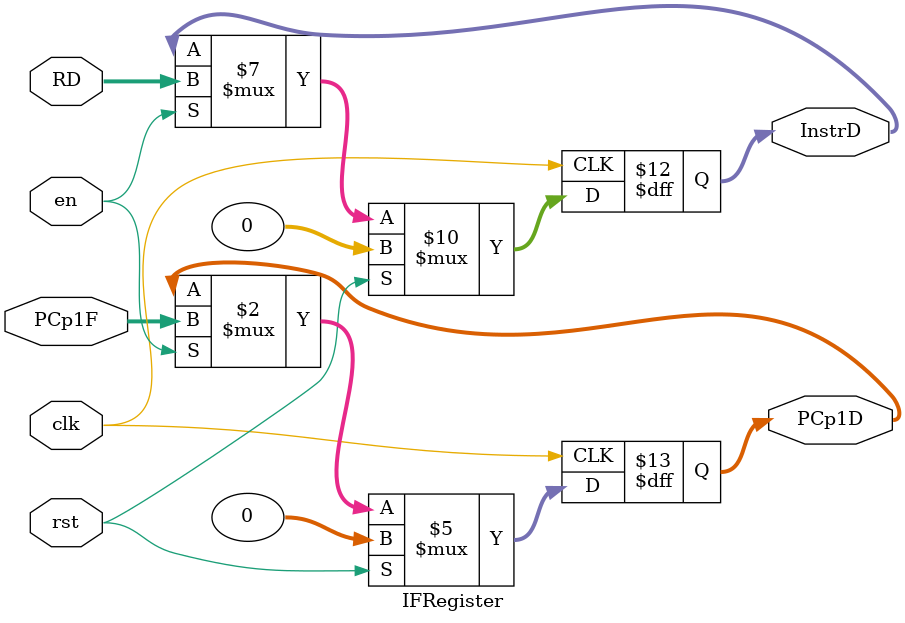
<source format=v>
`timescale 1ns / 1ps

module IFRegister #(parameter sizeVal = 32)(
input clk, rst, en,
input [sizeVal - 1:0] RD,
input [sizeVal - 1:0] PCp1F,
output reg [sizeVal - 1:0] InstrD,
output reg [sizeVal - 1:0] PCp1D
    );
    
    always @(posedge clk)
    if(rst) begin
    InstrD <= 0;
    PCp1D <= 0;
    end
    else if(en) begin
    InstrD <= RD;
    PCp1D <= PCp1F;
    end
    
endmodule
</source>
